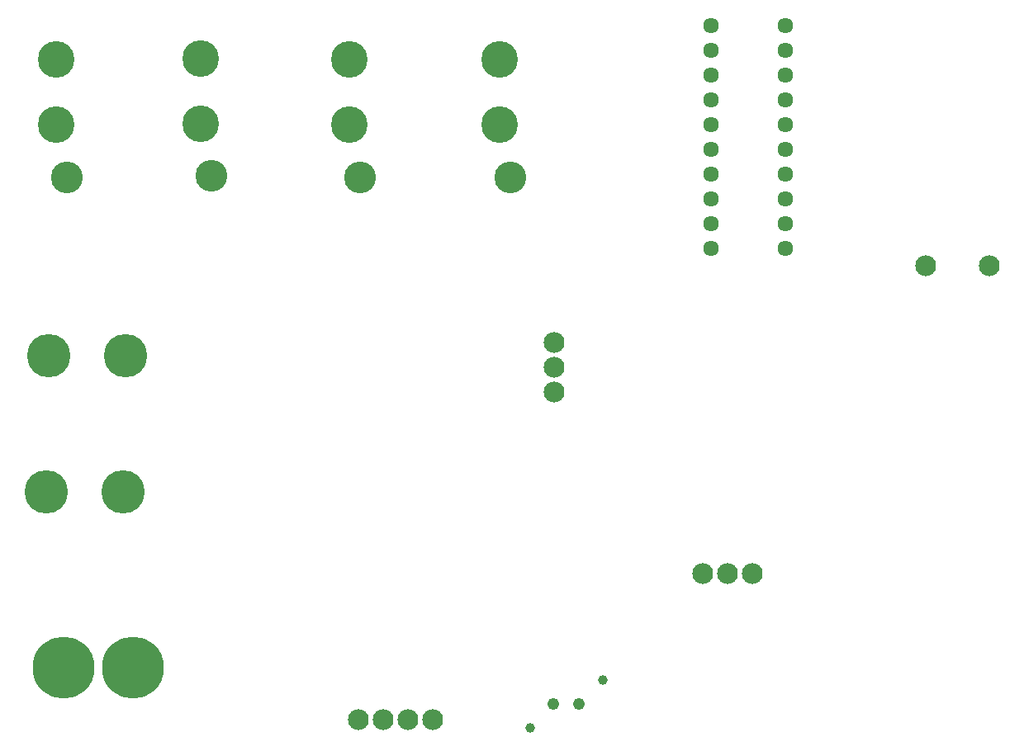
<source format=gbr>
G04 EAGLE Gerber RS-274X export*
G75*
%MOMM*%
%FSLAX34Y34*%
%LPD*%
%INSoldermask Bottom*%
%IPPOS*%
%AMOC8*
5,1,8,0,0,1.08239X$1,22.5*%
G01*
%ADD10C,4.445000*%
%ADD11C,2.133600*%
%ADD12C,3.754000*%
%ADD13C,3.254000*%
%ADD14C,6.350000*%
%ADD15C,1.609600*%
%ADD16C,1.209600*%
%ADD17C,1.004000*%


D10*
X166370Y430530D03*
X87630Y430530D03*
X85090Y290830D03*
X163830Y290830D03*
D11*
X481330Y57150D03*
X455930Y57150D03*
X430530Y57150D03*
X405130Y57150D03*
D12*
X549910Y734850D03*
X549910Y667850D03*
D13*
X560910Y613850D03*
D12*
X95250Y734850D03*
X95250Y667850D03*
D13*
X106250Y613850D03*
D12*
X396240Y734850D03*
X396240Y667850D03*
D13*
X407240Y613850D03*
D12*
X243840Y736120D03*
X243840Y669120D03*
D13*
X254840Y615120D03*
D14*
X102870Y110490D03*
X173990Y110490D03*
D15*
X767080Y769620D03*
X767080Y744220D03*
X767080Y718820D03*
X767080Y693420D03*
X767080Y668020D03*
X767080Y642620D03*
X767080Y617220D03*
X767080Y591820D03*
X767080Y566420D03*
X767080Y541020D03*
X843280Y541020D03*
X843280Y566420D03*
X843280Y591820D03*
X843280Y617220D03*
X843280Y642620D03*
X843280Y668020D03*
X843280Y693420D03*
X843280Y718820D03*
X843280Y744220D03*
X843280Y769620D03*
D11*
X987310Y523240D03*
X1052310Y523240D03*
X605790Y393700D03*
X605790Y419100D03*
X605790Y444500D03*
D16*
X605409Y73660D03*
X631520Y73660D03*
D17*
X581025Y48768D03*
X655955Y98552D03*
D11*
X808990Y207010D03*
X783590Y207010D03*
X758190Y207010D03*
M02*

</source>
